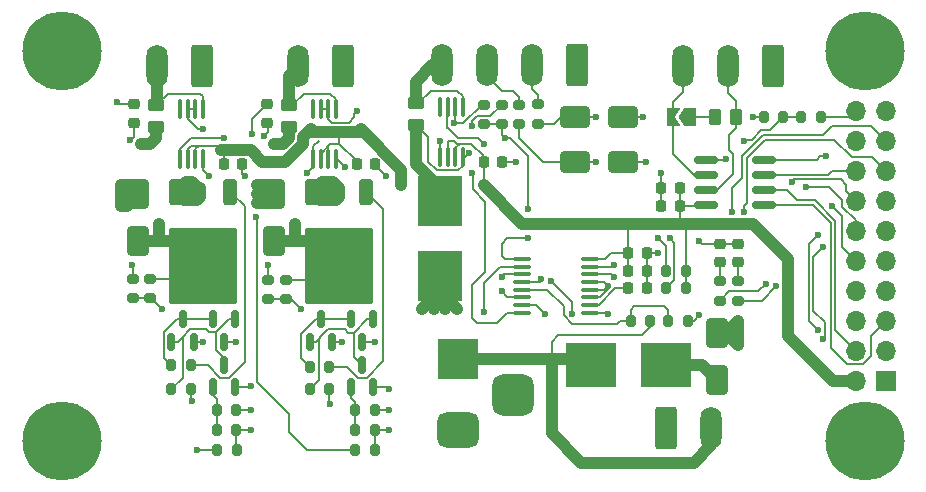
<source format=gbr>
%TF.GenerationSoftware,KiCad,Pcbnew,8.0.5*%
%TF.CreationDate,2024-11-24T08:54:10-05:00*%
%TF.ProjectId,wesp_card_access,77657370-5f63-4617-9264-5f6163636573,rev?*%
%TF.SameCoordinates,Original*%
%TF.FileFunction,Copper,L1,Top*%
%TF.FilePolarity,Positive*%
%FSLAX46Y46*%
G04 Gerber Fmt 4.6, Leading zero omitted, Abs format (unit mm)*
G04 Created by KiCad (PCBNEW 8.0.5) date 2024-11-24 08:54:10*
%MOMM*%
%LPD*%
G01*
G04 APERTURE LIST*
G04 Aperture macros list*
%AMRoundRect*
0 Rectangle with rounded corners*
0 $1 Rounding radius*
0 $2 $3 $4 $5 $6 $7 $8 $9 X,Y pos of 4 corners*
0 Add a 4 corners polygon primitive as box body*
4,1,4,$2,$3,$4,$5,$6,$7,$8,$9,$2,$3,0*
0 Add four circle primitives for the rounded corners*
1,1,$1+$1,$2,$3*
1,1,$1+$1,$4,$5*
1,1,$1+$1,$6,$7*
1,1,$1+$1,$8,$9*
0 Add four rect primitives between the rounded corners*
20,1,$1+$1,$2,$3,$4,$5,0*
20,1,$1+$1,$4,$5,$6,$7,0*
20,1,$1+$1,$6,$7,$8,$9,0*
20,1,$1+$1,$8,$9,$2,$3,0*%
%AMFreePoly0*
4,1,6,1.000000,0.000000,0.500000,-0.750000,-0.500000,-0.750000,-0.500000,0.750000,0.500000,0.750000,1.000000,0.000000,1.000000,0.000000,$1*%
%AMFreePoly1*
4,1,6,0.500000,-0.750000,-0.650000,-0.750000,-0.150000,0.000000,-0.650000,0.750000,0.500000,0.750000,0.500000,-0.750000,0.500000,-0.750000,$1*%
G04 Aperture macros list end*
%TA.AperFunction,ComponentPad*%
%ADD10RoundRect,0.250000X-0.650000X-1.550000X0.650000X-1.550000X0.650000X1.550000X-0.650000X1.550000X0*%
%TD*%
%TA.AperFunction,ComponentPad*%
%ADD11O,1.800000X3.600000*%
%TD*%
%TA.AperFunction,ComponentPad*%
%ADD12R,3.500000X3.500000*%
%TD*%
%TA.AperFunction,ComponentPad*%
%ADD13RoundRect,0.750000X1.000000X-0.750000X1.000000X0.750000X-1.000000X0.750000X-1.000000X-0.750000X0*%
%TD*%
%TA.AperFunction,ComponentPad*%
%ADD14RoundRect,0.875000X0.875000X-0.875000X0.875000X0.875000X-0.875000X0.875000X-0.875000X-0.875000X0*%
%TD*%
%TA.AperFunction,SMDPad,CuDef*%
%ADD15RoundRect,0.100000X-0.100000X0.712500X-0.100000X-0.712500X0.100000X-0.712500X0.100000X0.712500X0*%
%TD*%
%TA.AperFunction,SMDPad,CuDef*%
%ADD16RoundRect,0.250000X0.450000X-0.262500X0.450000X0.262500X-0.450000X0.262500X-0.450000X-0.262500X0*%
%TD*%
%TA.AperFunction,SMDPad,CuDef*%
%ADD17RoundRect,0.200000X-0.200000X-0.275000X0.200000X-0.275000X0.200000X0.275000X-0.200000X0.275000X0*%
%TD*%
%TA.AperFunction,SMDPad,CuDef*%
%ADD18RoundRect,0.225000X-0.225000X-0.250000X0.225000X-0.250000X0.225000X0.250000X-0.225000X0.250000X0*%
%TD*%
%TA.AperFunction,SMDPad,CuDef*%
%ADD19RoundRect,0.150000X0.150000X-0.587500X0.150000X0.587500X-0.150000X0.587500X-0.150000X-0.587500X0*%
%TD*%
%TA.AperFunction,SMDPad,CuDef*%
%ADD20RoundRect,0.250000X-0.650000X1.000000X-0.650000X-1.000000X0.650000X-1.000000X0.650000X1.000000X0*%
%TD*%
%TA.AperFunction,ComponentPad*%
%ADD21R,1.700000X1.700000*%
%TD*%
%TA.AperFunction,ComponentPad*%
%ADD22O,1.700000X1.700000*%
%TD*%
%TA.AperFunction,ComponentPad*%
%ADD23C,6.700000*%
%TD*%
%TA.AperFunction,SMDPad,CuDef*%
%ADD24RoundRect,0.200000X0.275000X-0.200000X0.275000X0.200000X-0.275000X0.200000X-0.275000X-0.200000X0*%
%TD*%
%TA.AperFunction,SMDPad,CuDef*%
%ADD25FreePoly0,180.000000*%
%TD*%
%TA.AperFunction,SMDPad,CuDef*%
%ADD26FreePoly1,180.000000*%
%TD*%
%TA.AperFunction,ComponentPad*%
%ADD27RoundRect,0.250000X0.650000X1.550000X-0.650000X1.550000X-0.650000X-1.550000X0.650000X-1.550000X0*%
%TD*%
%TA.AperFunction,SMDPad,CuDef*%
%ADD28RoundRect,0.218750X0.256250X-0.218750X0.256250X0.218750X-0.256250X0.218750X-0.256250X-0.218750X0*%
%TD*%
%TA.AperFunction,SMDPad,CuDef*%
%ADD29RoundRect,0.150000X-0.150000X0.587500X-0.150000X-0.587500X0.150000X-0.587500X0.150000X0.587500X0*%
%TD*%
%TA.AperFunction,SMDPad,CuDef*%
%ADD30R,4.241800X3.810000*%
%TD*%
%TA.AperFunction,SMDPad,CuDef*%
%ADD31RoundRect,0.150000X0.825000X0.150000X-0.825000X0.150000X-0.825000X-0.150000X0.825000X-0.150000X0*%
%TD*%
%TA.AperFunction,SMDPad,CuDef*%
%ADD32RoundRect,0.200000X-0.275000X0.200000X-0.275000X-0.200000X0.275000X-0.200000X0.275000X0.200000X0*%
%TD*%
%TA.AperFunction,SMDPad,CuDef*%
%ADD33RoundRect,0.200000X0.200000X0.275000X-0.200000X0.275000X-0.200000X-0.275000X0.200000X-0.275000X0*%
%TD*%
%TA.AperFunction,SMDPad,CuDef*%
%ADD34RoundRect,0.250000X-0.262500X-0.450000X0.262500X-0.450000X0.262500X0.450000X-0.262500X0.450000X0*%
%TD*%
%TA.AperFunction,SMDPad,CuDef*%
%ADD35RoundRect,0.225000X0.225000X0.250000X-0.225000X0.250000X-0.225000X-0.250000X0.225000X-0.250000X0*%
%TD*%
%TA.AperFunction,SMDPad,CuDef*%
%ADD36RoundRect,0.250000X-1.000000X-0.650000X1.000000X-0.650000X1.000000X0.650000X-1.000000X0.650000X0*%
%TD*%
%TA.AperFunction,SMDPad,CuDef*%
%ADD37RoundRect,0.250000X-0.350000X0.850000X-0.350000X-0.850000X0.350000X-0.850000X0.350000X0.850000X0*%
%TD*%
%TA.AperFunction,SMDPad,CuDef*%
%ADD38RoundRect,0.250000X-1.125000X1.275000X-1.125000X-1.275000X1.125000X-1.275000X1.125000X1.275000X0*%
%TD*%
%TA.AperFunction,SMDPad,CuDef*%
%ADD39RoundRect,0.249997X-2.650003X2.950003X-2.650003X-2.950003X2.650003X-2.950003X2.650003X2.950003X0*%
%TD*%
%TA.AperFunction,SMDPad,CuDef*%
%ADD40RoundRect,0.218750X-0.256250X0.218750X-0.256250X-0.218750X0.256250X-0.218750X0.256250X0.218750X0*%
%TD*%
%TA.AperFunction,SMDPad,CuDef*%
%ADD41RoundRect,0.100000X-0.637500X-0.100000X0.637500X-0.100000X0.637500X0.100000X-0.637500X0.100000X0*%
%TD*%
%TA.AperFunction,SMDPad,CuDef*%
%ADD42R,3.810000X4.241800*%
%TD*%
%TA.AperFunction,ViaPad*%
%ADD43C,0.600000*%
%TD*%
%TA.AperFunction,Conductor*%
%ADD44C,0.200000*%
%TD*%
%TA.AperFunction,Conductor*%
%ADD45C,1.000000*%
%TD*%
G04 APERTURE END LIST*
D10*
%TO.P,J2,1,Pin_1*%
%TO.N,GND*%
X156150000Y-114817500D03*
D11*
%TO.P,J2,2,Pin_2*%
%TO.N,Net-(J2-Pin_2)*%
X159960000Y-114817500D03*
%TD*%
D12*
%TO.P,J6,1*%
%TO.N,Net-(J2-Pin_2)*%
X138542500Y-109000000D03*
D13*
%TO.P,J6,2*%
%TO.N,GND*%
X138542500Y-115000000D03*
D14*
%TO.P,J6,3*%
%TO.N,N/C*%
X143242500Y-112000000D03*
%TD*%
D15*
%TO.P,U6,1,IN-*%
%TO.N,Net-(J5-Pin_2)*%
X116975000Y-87800000D03*
%TO.P,U6,2,GND*%
%TO.N,GND*%
X116325000Y-87800000D03*
%TO.P,U6,3,REF2*%
X115675000Y-87800000D03*
%TO.P,U6,4,NC*%
%TO.N,unconnected-(U6-NC-Pad4)*%
X115025000Y-87800000D03*
%TO.P,U6,5,OUT*%
%TO.N,STRIKE_1_CURRENT*%
X115025000Y-92025000D03*
%TO.P,U6,6,VS*%
%TO.N,+3V3*%
X115675000Y-92025000D03*
%TO.P,U6,7,REF1*%
X116325000Y-92025000D03*
%TO.P,U6,8,IN+*%
%TO.N,+12V*%
X116975000Y-92025000D03*
%TD*%
D16*
%TO.P,R25,1*%
%TO.N,+12V*%
X113000000Y-89325000D03*
%TO.P,R25,2*%
%TO.N,Net-(J5-Pin_2)*%
X113000000Y-87500000D03*
%TD*%
D17*
%TO.P,R23,1*%
%TO.N,12v_fb*%
X167640000Y-88500000D03*
%TO.P,R23,2*%
%TO.N,+12V*%
X169290000Y-88500000D03*
%TD*%
D18*
%TO.P,C5,1*%
%TO.N,Net-(U3-REF)*%
X152975000Y-103000000D03*
%TO.P,C5,2*%
%TO.N,GND*%
X154525000Y-103000000D03*
%TD*%
%TO.P,C4,1*%
%TO.N,+3V3*%
X152975000Y-100000000D03*
%TO.P,C4,2*%
%TO.N,GND*%
X154525000Y-100000000D03*
%TD*%
D19*
%TO.P,Q4,1,B*%
%TO.N,Net-(Q4-B)*%
X129500000Y-111375000D03*
%TO.P,Q4,2,E*%
%TO.N,GND*%
X131400000Y-111375000D03*
%TO.P,Q4,3,C*%
%TO.N,Net-(Q2-B)*%
X130450000Y-109500000D03*
%TD*%
D15*
%TO.P,U5,1,IN-*%
%TO.N,Net-(J4-Pin_2)*%
X128225000Y-87800000D03*
%TO.P,U5,2,GND*%
%TO.N,GND*%
X127575000Y-87800000D03*
%TO.P,U5,3,REF2*%
X126925000Y-87800000D03*
%TO.P,U5,4,NC*%
%TO.N,unconnected-(U5-NC-Pad4)*%
X126275000Y-87800000D03*
%TO.P,U5,5,OUT*%
%TO.N,STRIKE_0_CURRENT*%
X126275000Y-92025000D03*
%TO.P,U5,6,VS*%
%TO.N,+3V3*%
X126925000Y-92025000D03*
%TO.P,U5,7,REF1*%
X127575000Y-92025000D03*
%TO.P,U5,8,IN+*%
%TO.N,+12V*%
X128225000Y-92025000D03*
%TD*%
D20*
%TO.P,D5,1,K*%
%TO.N,+12V*%
X160500000Y-106750000D03*
%TO.P,D5,2,A*%
%TO.N,Net-(D5-A)*%
X160500000Y-110750000D03*
%TD*%
D19*
%TO.P,Q7,1,B*%
%TO.N,Net-(Q2-B)*%
X126000000Y-107500000D03*
%TO.P,Q7,2,E*%
%TO.N,GND*%
X127900000Y-107500000D03*
%TO.P,Q7,3,C*%
%TO.N,Net-(Q2-E)*%
X126950000Y-105625000D03*
%TD*%
D21*
%TO.P,U1,1,GND*%
%TO.N,GND*%
X174770000Y-110817500D03*
D22*
%TO.P,U1,2,3v3*%
%TO.N,+3V3*%
X172230000Y-110817500D03*
%TO.P,U1,3,IO23*%
%TO.N,unconnected-(U1-IO23-Pad3)*%
X174770000Y-108277500D03*
%TO.P,U1,4,IO36*%
%TO.N,RS485_RE*%
X172230000Y-108277500D03*
%TO.P,U1,5,IO39*%
%TO.N,RS485_RO*%
X174770000Y-105737500D03*
%TO.P,U1,6,IO34*%
%TO.N,WIE_1*%
X172230000Y-105737500D03*
%TO.P,U1,7,IO32*%
%TO.N,unconnected-(U1-IO32-Pad7)*%
X174770000Y-103197500D03*
%TO.P,U1,8,IO35*%
%TO.N,WIE_0*%
X172230000Y-103197500D03*
%TO.P,U1,9,GND*%
%TO.N,GND*%
X174770000Y-100657500D03*
%TO.P,U1,10,IO33*%
%TO.N,RS485_DI*%
X172230000Y-100657500D03*
%TO.P,U1,11,IO18*%
%TO.N,STRIKE_1*%
X174770000Y-98117500D03*
%TO.P,U1,12,IO5*%
%TO.N,Net-(U1-IO5)*%
X172230000Y-98117500D03*
%TO.P,U1,13,IO13*%
%TO.N,STRIKE_0*%
X174770000Y-95577500D03*
%TO.P,U1,14,IO14*%
%TO.N,Net-(U1-IO14)*%
X172230000Y-95577500D03*
%TO.P,U1,15,IO4*%
%TO.N,SCL*%
X174770000Y-93037500D03*
%TO.P,U1,16,IO12*%
%TO.N,RS485_DE*%
X172230000Y-93037500D03*
%TO.P,U1,17,IO15*%
%TO.N,SDA*%
X174770000Y-90497500D03*
%TO.P,U1,18,IO2*%
%TO.N,unconnected-(U1-IO2-Pad18)*%
X172230000Y-90497500D03*
%TO.P,U1,19,GND*%
%TO.N,GND*%
X174770000Y-87957500D03*
%TO.P,U1,20,V+*%
%TO.N,+12V*%
X172230000Y-87957500D03*
D23*
%TO.P,U1,M1*%
%TO.N,N/C*%
X105000000Y-82887500D03*
X105000000Y-115887500D03*
X173000000Y-82887500D03*
X173000000Y-115887500D03*
%TD*%
D24*
%TO.P,R16,1*%
%TO.N,STRIKE_FB0*%
X122500000Y-103900000D03*
%TO.P,R16,2*%
%TO.N,GND*%
X122500000Y-102250000D03*
%TD*%
D19*
%TO.P,Q3,1,B*%
%TO.N,Net-(Q3-B)*%
X114300000Y-107500000D03*
%TO.P,Q3,2,E*%
%TO.N,GND*%
X116200000Y-107500000D03*
%TO.P,Q3,3,C*%
%TO.N,Net-(Q3-C)*%
X115250000Y-105625000D03*
%TD*%
D17*
%TO.P,R20,1*%
%TO.N,DC_CONN_FB*%
X156350000Y-105750000D03*
%TO.P,R20,2*%
%TO.N,GND*%
X158000000Y-105750000D03*
%TD*%
D25*
%TO.P,JP1,1,A*%
%TO.N,Net-(JP1-A)*%
X158225000Y-88500000D03*
D26*
%TO.P,JP1,2,B*%
%TO.N,Net-(J3-Pin_3)*%
X156775000Y-88500000D03*
%TD*%
D17*
%TO.P,R11,1*%
%TO.N,SCL*%
X156175000Y-103000000D03*
%TO.P,R11,2*%
%TO.N,+3V3*%
X157825000Y-103000000D03*
%TD*%
D27*
%TO.P,J5,1,Pin_1*%
%TO.N,Net-(D4-A)*%
X116850000Y-84182500D03*
D11*
%TO.P,J5,2,Pin_2*%
%TO.N,Net-(J5-Pin_2)*%
X113040000Y-84182500D03*
%TD*%
D28*
%TO.P,D9,1,K*%
%TO.N,GND*%
X111100000Y-88987500D03*
%TO.P,D9,2,A*%
%TO.N,Net-(D9-A)*%
X111100000Y-87412500D03*
%TD*%
D17*
%TO.P,R30,1*%
%TO.N,Net-(D9-A)*%
X118175000Y-116700000D03*
%TO.P,R30,2*%
%TO.N,STRIKE_1*%
X119825000Y-116700000D03*
%TD*%
D29*
%TO.P,Q2,1,B*%
%TO.N,Net-(Q2-B)*%
X131400000Y-105625000D03*
%TO.P,Q2,2,E*%
%TO.N,Net-(Q2-E)*%
X129500000Y-105625000D03*
%TO.P,Q2,3,C*%
%TO.N,+12V*%
X130450000Y-107500000D03*
%TD*%
D17*
%TO.P,R12,1*%
%TO.N,SDA*%
X156175000Y-101500000D03*
%TO.P,R12,2*%
%TO.N,+3V3*%
X157825000Y-101500000D03*
%TD*%
D27*
%TO.P,J3,1,Pin_1*%
%TO.N,GND*%
X165255000Y-84182500D03*
D11*
%TO.P,J3,2,Pin_2*%
%TO.N,Net-(J3-Pin_2)*%
X161445000Y-84182500D03*
%TO.P,J3,3,Pin_3*%
%TO.N,Net-(J3-Pin_3)*%
X157635000Y-84182500D03*
%TD*%
D18*
%TO.P,C6,1*%
%TO.N,+3V3*%
X118725000Y-92500000D03*
%TO.P,C6,2*%
%TO.N,GND*%
X120275000Y-92500000D03*
%TD*%
D17*
%TO.P,R19,1*%
%TO.N,DC_CONN_FB*%
X153175000Y-105750000D03*
%TO.P,R19,2*%
%TO.N,Net-(J2-Pin_2)*%
X154825000Y-105750000D03*
%TD*%
D30*
%TO.P,F1,1*%
%TO.N,Net-(J2-Pin_2)*%
X149812300Y-109500000D03*
%TO.P,F1,2*%
%TO.N,Net-(D5-A)*%
X156187700Y-109500000D03*
%TD*%
D31*
%TO.P,U2,1,RO*%
%TO.N,RS485_RO*%
X164475000Y-95905000D03*
%TO.P,U2,2,~{RE}*%
%TO.N,RS485_RE*%
X164475000Y-94635000D03*
%TO.P,U2,3,DE*%
%TO.N,RS485_DE*%
X164475000Y-93365000D03*
%TO.P,U2,4,DI*%
%TO.N,RS485_DI*%
X164475000Y-92095000D03*
%TO.P,U2,5,GND*%
%TO.N,GND*%
X159525000Y-92095000D03*
%TO.P,U2,6,A*%
%TO.N,Net-(J3-Pin_3)*%
X159525000Y-93365000D03*
%TO.P,U2,7,B*%
%TO.N,Net-(J3-Pin_2)*%
X159525000Y-94635000D03*
%TO.P,U2,8,VCC*%
%TO.N,+3V3*%
X159525000Y-95905000D03*
%TD*%
D18*
%TO.P,C8,1*%
%TO.N,+3V3*%
X140725000Y-92250000D03*
%TO.P,C8,2*%
%TO.N,GND*%
X142275000Y-92250000D03*
%TD*%
D32*
%TO.P,R27,1*%
%TO.N,Net-(D6-A)*%
X160750000Y-102375000D03*
%TO.P,R27,2*%
%TO.N,Net-(U1-IO14)*%
X160750000Y-104025000D03*
%TD*%
D28*
%TO.P,D8,1,K*%
%TO.N,GND*%
X122375000Y-88962500D03*
%TO.P,D8,2,A*%
%TO.N,Net-(D8-A)*%
X122375000Y-87387500D03*
%TD*%
D16*
%TO.P,R21,1*%
%TO.N,Net-(U4-IN+)*%
X135000000Y-89162500D03*
%TO.P,R21,2*%
%TO.N,Net-(J1-Pin_4)*%
X135000000Y-87337500D03*
%TD*%
D24*
%TO.P,R15,1*%
%TO.N,STRIKE_FB0*%
X124000000Y-103900000D03*
%TO.P,R15,2*%
%TO.N,Net-(D3-A)*%
X124000000Y-102250000D03*
%TD*%
D17*
%TO.P,R9,1*%
%TO.N,Net-(Q8-B)*%
X118145000Y-113250000D03*
%TO.P,R9,2*%
%TO.N,GND*%
X119795000Y-113250000D03*
%TD*%
D27*
%TO.P,J4,1,Pin_1*%
%TO.N,Net-(D3-A)*%
X128850000Y-84182500D03*
D11*
%TO.P,J4,2,Pin_2*%
%TO.N,Net-(J4-Pin_2)*%
X125040000Y-84182500D03*
%TD*%
D33*
%TO.P,R3,1*%
%TO.N,Net-(Q1-G)*%
X127650000Y-109625000D03*
%TO.P,R3,2*%
%TO.N,Net-(Q2-E)*%
X126000000Y-109625000D03*
%TD*%
D24*
%TO.P,R18,1*%
%TO.N,STRIKE_FB1*%
X111010000Y-103825000D03*
%TO.P,R18,2*%
%TO.N,GND*%
X111010000Y-102175000D03*
%TD*%
D32*
%TO.P,R2,1*%
%TO.N,Net-(J1-Pin_2)*%
X145350000Y-87405000D03*
%TO.P,R2,2*%
%TO.N,WIE_0*%
X145350000Y-89055000D03*
%TD*%
D17*
%TO.P,R29,1*%
%TO.N,Net-(D8-A)*%
X129850000Y-116700000D03*
%TO.P,R29,2*%
%TO.N,STRIKE_0*%
X131500000Y-116700000D03*
%TD*%
D34*
%TO.P,R26,1*%
%TO.N,Net-(JP1-A)*%
X160282500Y-88500000D03*
%TO.P,R26,2*%
%TO.N,Net-(J3-Pin_2)*%
X162107500Y-88500000D03*
%TD*%
D29*
%TO.P,Q6,1,B*%
%TO.N,Net-(Q3-B)*%
X119700000Y-105625000D03*
%TO.P,Q6,2,E*%
%TO.N,Net-(Q3-C)*%
X117800000Y-105625000D03*
%TO.P,Q6,3,C*%
%TO.N,+12V*%
X118750000Y-107500000D03*
%TD*%
D35*
%TO.P,C2,1*%
%TO.N,+3V3*%
X157325000Y-96000000D03*
%TO.P,C2,2*%
%TO.N,GND*%
X155775000Y-96000000D03*
%TD*%
D17*
%TO.P,R8,1*%
%TO.N,Net-(Q3-B)*%
X114300000Y-111500000D03*
%TO.P,R8,2*%
%TO.N,+12V*%
X115950000Y-111500000D03*
%TD*%
%TO.P,R4,1*%
%TO.N,Net-(Q2-B)*%
X126000000Y-111500000D03*
%TO.P,R4,2*%
%TO.N,+12V*%
X127650000Y-111500000D03*
%TD*%
D18*
%TO.P,C3,1*%
%TO.N,+3V3*%
X152975000Y-101500000D03*
%TO.P,C3,2*%
%TO.N,GND*%
X154525000Y-101500000D03*
%TD*%
D36*
%TO.P,D2,1,K*%
%TO.N,WIE_1*%
X148500000Y-92250000D03*
%TO.P,D2,2,A*%
%TO.N,GND*%
X152500000Y-92250000D03*
%TD*%
D32*
%TO.P,R1,1*%
%TO.N,Net-(J1-Pin_3)*%
X143750000Y-87425000D03*
%TO.P,R1,2*%
%TO.N,WIE_1*%
X143750000Y-89075000D03*
%TD*%
D20*
%TO.P,D4,1,K*%
%TO.N,+12V*%
X111500000Y-95000000D03*
%TO.P,D4,2,A*%
%TO.N,Net-(D4-A)*%
X111500000Y-99000000D03*
%TD*%
D37*
%TO.P,Q5,1,G*%
%TO.N,Net-(Q5-G)*%
X119255000Y-94800000D03*
D38*
%TO.P,Q5,2,D*%
%TO.N,Net-(D4-A)*%
X118500000Y-99425000D03*
X115450000Y-99425000D03*
D39*
X116975000Y-101100000D03*
D38*
X118500000Y-102775000D03*
X115450000Y-102775000D03*
D37*
%TO.P,Q5,3,S*%
%TO.N,GND*%
X114695000Y-94800000D03*
%TD*%
D32*
%TO.P,R28,1*%
%TO.N,Net-(D7-A)*%
X162290000Y-102385000D03*
%TO.P,R28,2*%
%TO.N,Net-(U1-IO5)*%
X162290000Y-104035000D03*
%TD*%
D40*
%TO.P,D6,1,K*%
%TO.N,GND*%
X160750000Y-99212500D03*
%TO.P,D6,2,A*%
%TO.N,Net-(D6-A)*%
X160750000Y-100787500D03*
%TD*%
D24*
%TO.P,R13,1*%
%TO.N,READER_FUSE_FB*%
X140750000Y-89075000D03*
%TO.P,R13,2*%
%TO.N,GND*%
X140750000Y-87425000D03*
%TD*%
D36*
%TO.P,D1,1,K*%
%TO.N,WIE_0*%
X148500000Y-88500000D03*
%TO.P,D1,2,A*%
%TO.N,GND*%
X152500000Y-88500000D03*
%TD*%
D17*
%TO.P,R10,1*%
%TO.N,Net-(Q8-B)*%
X118145000Y-115000000D03*
%TO.P,R10,2*%
%TO.N,STRIKE_1*%
X119795000Y-115000000D03*
%TD*%
D20*
%TO.P,D3,1,K*%
%TO.N,+12V*%
X123000000Y-95000000D03*
%TO.P,D3,2,A*%
%TO.N,Net-(D3-A)*%
X123000000Y-99000000D03*
%TD*%
D41*
%TO.P,U3,1,CH0*%
%TO.N,READER_FUSE_FB*%
X144000000Y-100500000D03*
%TO.P,U3,2,CH1*%
%TO.N,STRIKE_FB0*%
X144000000Y-101150000D03*
%TO.P,U3,3,CH2*%
%TO.N,STRIKE_FB1*%
X144000000Y-101800000D03*
%TO.P,U3,4,CH3*%
%TO.N,STRIKE_0_CURRENT*%
X144000000Y-102450000D03*
%TO.P,U3,5,CH4*%
%TO.N,DC_CONN_FB*%
X144000000Y-103100000D03*
%TO.P,U3,6,CH5*%
%TO.N,12v_fb*%
X144000000Y-103750000D03*
%TO.P,U3,7,CH6*%
%TO.N,STRIKE_1_CURRENT*%
X144000000Y-104400000D03*
%TO.P,U3,8,CH7*%
%TO.N,READER_CURRENT*%
X144000000Y-105050000D03*
%TO.P,U3,9,GND*%
%TO.N,GND*%
X149725000Y-105050000D03*
%TO.P,U3,10,REF*%
%TO.N,Net-(U3-REF)*%
X149725000Y-104400000D03*
%TO.P,U3,11,COM*%
%TO.N,GND*%
X149725000Y-103750000D03*
%TO.P,U3,12,A0*%
X149725000Y-103100000D03*
%TO.P,U3,13,A1*%
X149725000Y-102450000D03*
%TO.P,U3,14,SCL*%
%TO.N,SCL*%
X149725000Y-101800000D03*
%TO.P,U3,15,SDA*%
%TO.N,SDA*%
X149725000Y-101150000D03*
%TO.P,U3,16,VDD*%
%TO.N,+3V3*%
X149725000Y-100500000D03*
%TD*%
D42*
%TO.P,F2,1*%
%TO.N,Net-(U4-IN+)*%
X137000000Y-95562300D03*
%TO.P,F2,2*%
%TO.N,+12V*%
X137000000Y-101937700D03*
%TD*%
D24*
%TO.P,R17,1*%
%TO.N,STRIKE_FB1*%
X112500000Y-103825000D03*
%TO.P,R17,2*%
%TO.N,Net-(D4-A)*%
X112500000Y-102175000D03*
%TD*%
D16*
%TO.P,R22,1*%
%TO.N,+12V*%
X124250000Y-89325000D03*
%TO.P,R22,2*%
%TO.N,Net-(J4-Pin_2)*%
X124250000Y-87500000D03*
%TD*%
D33*
%TO.P,R7,1*%
%TO.N,Net-(Q5-G)*%
X115950000Y-109500000D03*
%TO.P,R7,2*%
%TO.N,Net-(Q3-C)*%
X114300000Y-109500000D03*
%TD*%
D15*
%TO.P,U4,1,IN-*%
%TO.N,Net-(J1-Pin_4)*%
X138975000Y-87637500D03*
%TO.P,U4,2,GND*%
%TO.N,GND*%
X138325000Y-87637500D03*
%TO.P,U4,3,REF2*%
%TO.N,READER_CURRENT*%
X137675000Y-87637500D03*
%TO.P,U4,4,NC*%
%TO.N,unconnected-(U4-NC-Pad4)*%
X137025000Y-87637500D03*
%TO.P,U4,5,OUT*%
%TO.N,GND*%
X137025000Y-91862500D03*
%TO.P,U4,6,VS*%
%TO.N,+3V3*%
X137675000Y-91862500D03*
%TO.P,U4,7,REF1*%
X138325000Y-91862500D03*
%TO.P,U4,8,IN+*%
%TO.N,Net-(U4-IN+)*%
X138975000Y-91862500D03*
%TD*%
D17*
%TO.P,R5,1*%
%TO.N,Net-(Q4-B)*%
X129845000Y-113250000D03*
%TO.P,R5,2*%
%TO.N,GND*%
X131495000Y-113250000D03*
%TD*%
D33*
%TO.P,R24,1*%
%TO.N,12v_fb*%
X166115000Y-88500000D03*
%TO.P,R24,2*%
%TO.N,GND*%
X164465000Y-88500000D03*
%TD*%
D37*
%TO.P,Q1,1,G*%
%TO.N,Net-(Q1-G)*%
X130777500Y-94800000D03*
D38*
%TO.P,Q1,2,D*%
%TO.N,Net-(D3-A)*%
X130022500Y-99425000D03*
X126972500Y-99425000D03*
D39*
X128497500Y-101100000D03*
D38*
X130022500Y-102775000D03*
X126972500Y-102775000D03*
D37*
%TO.P,Q1,3,S*%
%TO.N,GND*%
X126217500Y-94800000D03*
%TD*%
D17*
%TO.P,R6,1*%
%TO.N,Net-(Q4-B)*%
X129845000Y-115000000D03*
%TO.P,R6,2*%
%TO.N,STRIKE_0*%
X131495000Y-115000000D03*
%TD*%
D18*
%TO.P,C7,1*%
%TO.N,+3V3*%
X129975000Y-92500000D03*
%TO.P,C7,2*%
%TO.N,GND*%
X131525000Y-92500000D03*
%TD*%
D40*
%TO.P,D7,1,K*%
%TO.N,GND*%
X162290000Y-99222500D03*
%TO.P,D7,2,A*%
%TO.N,Net-(D7-A)*%
X162290000Y-100797500D03*
%TD*%
D24*
%TO.P,R14,1*%
%TO.N,READER_FUSE_FB*%
X142260000Y-89075000D03*
%TO.P,R14,2*%
%TO.N,Net-(U4-IN+)*%
X142260000Y-87425000D03*
%TD*%
D27*
%TO.P,J1,1,Pin_1*%
%TO.N,GND*%
X148660000Y-84115000D03*
D11*
%TO.P,J1,2,Pin_2*%
%TO.N,Net-(J1-Pin_2)*%
X144850000Y-84115000D03*
%TO.P,J1,3,Pin_3*%
%TO.N,Net-(J1-Pin_3)*%
X141040000Y-84115000D03*
%TO.P,J1,4,Pin_4*%
%TO.N,Net-(J1-Pin_4)*%
X137230000Y-84115000D03*
%TD*%
D19*
%TO.P,Q8,1,B*%
%TO.N,Net-(Q8-B)*%
X117800000Y-111375000D03*
%TO.P,Q8,2,E*%
%TO.N,GND*%
X119700000Y-111375000D03*
%TO.P,Q8,3,C*%
%TO.N,Net-(Q3-B)*%
X118750000Y-109500000D03*
%TD*%
D35*
%TO.P,C1,1*%
%TO.N,+3V3*%
X157325000Y-94500000D03*
%TO.P,C1,2*%
%TO.N,GND*%
X155775000Y-94500000D03*
%TD*%
D43*
%TO.N,Net-(U1-IO5)*%
X168000000Y-94400000D03*
X165500000Y-102800000D03*
%TO.N,Net-(U1-IO14)*%
X166800000Y-94000000D03*
X164600000Y-102600000D03*
%TO.N,GND*%
X111000000Y-101000000D03*
X163500000Y-88500000D03*
X121000000Y-113250000D03*
X132500000Y-93500000D03*
X116000000Y-94000000D03*
X128750000Y-107500000D03*
X143500000Y-92250000D03*
X116000000Y-95500000D03*
X132750000Y-113250000D03*
X128500000Y-94500000D03*
X151250000Y-105150000D03*
X151250000Y-102750000D03*
X116750000Y-95250000D03*
X122500000Y-101000000D03*
X117000000Y-89500000D03*
X159000000Y-99000000D03*
X154500000Y-92250000D03*
X154250000Y-88500000D03*
X121000000Y-111250000D03*
X128500000Y-95250000D03*
X137000000Y-90500000D03*
X161250000Y-92000000D03*
X138250000Y-89000000D03*
X155500000Y-100000000D03*
X127750000Y-94000000D03*
X116000000Y-94750000D03*
X159000000Y-105250000D03*
X120500000Y-93500000D03*
X130000000Y-88000000D03*
X110796416Y-90448868D03*
X116750000Y-94500000D03*
X122125000Y-90125000D03*
X117000000Y-107500000D03*
X127750000Y-95500000D03*
X155750000Y-93250000D03*
X127750000Y-94750000D03*
X132750000Y-111500000D03*
%TO.N,STRIKE_1*%
X121000000Y-115000000D03*
X169500000Y-99500000D03*
X169500000Y-107250000D03*
%TO.N,STRIKE_0*%
X169000000Y-98500000D03*
X169000000Y-106500000D03*
X132750000Y-115000000D03*
%TO.N,SCL*%
X156500000Y-98750000D03*
X151750000Y-102000000D03*
X162750000Y-96500000D03*
%TO.N,WIE_1*%
X150250000Y-92250000D03*
%TO.N,RS485_DI*%
X169750000Y-91795000D03*
X170250000Y-96000000D03*
%TO.N,WIE_0*%
X150250000Y-88500000D03*
%TO.N,+12V*%
X129000000Y-92750000D03*
X110000000Y-94250000D03*
X136500000Y-104750000D03*
X112500000Y-90750000D03*
X121500000Y-95000000D03*
X127750000Y-112750000D03*
X117500000Y-93500000D03*
X119750000Y-107500000D03*
X131500000Y-107500000D03*
X116000000Y-112500000D03*
X110000000Y-95000000D03*
X137500000Y-104750000D03*
X123000000Y-90750000D03*
X110000000Y-96000000D03*
X162250000Y-106750000D03*
X162250000Y-107750000D03*
X138500000Y-104750000D03*
X135500000Y-104750000D03*
X121500000Y-95750000D03*
X111750000Y-90750000D03*
X121500000Y-94250000D03*
X123750000Y-90750000D03*
X162250000Y-105750000D03*
%TO.N,SDA*%
X151750000Y-101000000D03*
X155500000Y-98750000D03*
X161750000Y-96500000D03*
%TO.N,+3V3*%
X140750000Y-94250000D03*
X133750000Y-94250000D03*
%TO.N,STRIKE_FB0*%
X140750000Y-105000000D03*
X125250000Y-104750000D03*
%TO.N,Net-(D3-A)*%
X124750000Y-99000000D03*
X126972500Y-102775000D03*
X124750000Y-98250000D03*
X124750000Y-97500000D03*
%TO.N,READER_FUSE_FB*%
X144500000Y-96250000D03*
X142500000Y-90250000D03*
X144500000Y-98750000D03*
%TO.N,STRIKE_FB1*%
X142250000Y-102000000D03*
X113500000Y-104750000D03*
%TO.N,Net-(D4-A)*%
X113250000Y-99000000D03*
X113250000Y-98250000D03*
X113250000Y-97500000D03*
%TO.N,12v_fb*%
X162750000Y-90500000D03*
X142250000Y-103250000D03*
%TO.N,Net-(D9-A)*%
X116500000Y-116650000D03*
X109650000Y-87225000D03*
%TO.N,Net-(U4-IN+)*%
X139750000Y-89250000D03*
X139500000Y-91500000D03*
%TO.N,READER_CURRENT*%
X140750000Y-90750000D03*
X139775000Y-93250000D03*
%TO.N,STRIKE_0_CURRENT*%
X125750000Y-93208701D03*
X145600000Y-102225000D03*
%TO.N,STRIKE_1_CURRENT*%
X146392985Y-102330731D03*
X148248527Y-105150000D03*
X145950000Y-105150000D03*
X118750000Y-90250000D03*
%TO.N,Net-(D8-A)*%
X121100000Y-89925000D03*
X121425000Y-96925000D03*
%TD*%
D44*
%TO.N,Net-(U1-IO5)*%
X172230000Y-97230000D02*
X172230000Y-98117500D01*
X168000000Y-94400000D02*
X170000000Y-94400000D01*
X171080000Y-96080000D02*
X172230000Y-97230000D01*
X164265000Y-104035000D02*
X165500000Y-102800000D01*
X170000000Y-94400000D02*
X171080000Y-95480000D01*
X162290000Y-104035000D02*
X164265000Y-104035000D01*
X171080000Y-95480000D02*
X171080000Y-96080000D01*
%TO.N,Net-(U1-IO14)*%
X161525000Y-103250000D02*
X163950000Y-103250000D01*
X172230000Y-95577500D02*
X171400000Y-94747500D01*
X167035000Y-93765000D02*
X166800000Y-94000000D01*
X170965000Y-93765000D02*
X167035000Y-93765000D01*
X171400000Y-94747500D02*
X171400000Y-94200000D01*
X163950000Y-103250000D02*
X164600000Y-102600000D01*
X171400000Y-94200000D02*
X170965000Y-93765000D01*
X160750000Y-104025000D02*
X161525000Y-103250000D01*
%TO.N,GND*%
X127575000Y-87800000D02*
X127575000Y-88612499D01*
X111010000Y-102175000D02*
X111010000Y-101010000D01*
X155775000Y-93275000D02*
X155750000Y-93250000D01*
X149725000Y-102450000D02*
X150950000Y-102450000D01*
X127575000Y-88612499D02*
X127912501Y-88950000D01*
D45*
X127017500Y-94000000D02*
X126217500Y-94800000D01*
X127750000Y-94000000D02*
X128000000Y-94000000D01*
D44*
X127912501Y-88950000D02*
X129300000Y-88950000D01*
X115675000Y-87800000D02*
X115675000Y-88612499D01*
X152500000Y-88500000D02*
X154250000Y-88500000D01*
D45*
X127700000Y-94800000D02*
X127750000Y-94750000D01*
D44*
X149725000Y-105050000D02*
X151150000Y-105050000D01*
D45*
X126217500Y-94800000D02*
X127700000Y-94800000D01*
X128500000Y-95250000D02*
X128500000Y-94500000D01*
D44*
X150900000Y-103100000D02*
X151250000Y-102750000D01*
X150750000Y-103100000D02*
X150900000Y-103100000D01*
D45*
X115495000Y-94000000D02*
X114695000Y-94800000D01*
X114695000Y-94800000D02*
X115950000Y-94800000D01*
D44*
X129300000Y-88950000D02*
X129750000Y-88500000D01*
X154525000Y-103000000D02*
X154525000Y-101500000D01*
X151250000Y-103046813D02*
X151250000Y-102750000D01*
X155775000Y-96000000D02*
X155775000Y-94500000D01*
X140575000Y-87425000D02*
X139000000Y-89000000D01*
X142275000Y-92250000D02*
X143500000Y-92250000D01*
X120275000Y-92500000D02*
X120275000Y-93275000D01*
X116200000Y-107500000D02*
X117000000Y-107500000D01*
X154525000Y-100000000D02*
X155500000Y-100000000D01*
X152500000Y-92250000D02*
X154500000Y-92250000D01*
D45*
X116750000Y-94500000D02*
X116750000Y-95250000D01*
X127750000Y-94000000D02*
X127017500Y-94000000D01*
D44*
X151150000Y-105050000D02*
X151250000Y-105150000D01*
X151196813Y-103100000D02*
X151250000Y-103046813D01*
D45*
X127750000Y-95500000D02*
X128250000Y-95500000D01*
X128250000Y-95500000D02*
X128500000Y-95250000D01*
D44*
X140750000Y-87425000D02*
X140575000Y-87425000D01*
D45*
X115950000Y-94800000D02*
X116000000Y-94750000D01*
D44*
X111100000Y-88987500D02*
X111100000Y-90145284D01*
D45*
X128000000Y-94000000D02*
X128500000Y-94500000D01*
D44*
X161155000Y-92095000D02*
X161250000Y-92000000D01*
X115675000Y-87800000D02*
X116325000Y-87800000D01*
X149725000Y-103750000D02*
X150546813Y-103750000D01*
X122500000Y-102250000D02*
X122500000Y-101000000D01*
X120275000Y-93275000D02*
X120500000Y-93500000D01*
X162290000Y-99222500D02*
X160760000Y-99222500D01*
X120875000Y-111375000D02*
X121000000Y-111250000D01*
X119795000Y-113250000D02*
X121000000Y-113250000D01*
X150546813Y-103750000D02*
X151250000Y-103046813D01*
X150750000Y-103100000D02*
X151196813Y-103100000D01*
X154525000Y-101500000D02*
X154525000Y-100000000D01*
D45*
X116000000Y-95500000D02*
X116500000Y-95500000D01*
X116000000Y-95500000D02*
X115395000Y-95500000D01*
D44*
X115675000Y-88612499D02*
X116562501Y-89500000D01*
D45*
X116500000Y-95500000D02*
X116750000Y-95250000D01*
D44*
X111010000Y-101010000D02*
X111000000Y-101000000D01*
X129750000Y-88500000D02*
X129750000Y-88250000D01*
X159525000Y-92095000D02*
X161155000Y-92095000D01*
X131525000Y-92500000D02*
X131525000Y-92525000D01*
X129750000Y-88250000D02*
X130000000Y-88000000D01*
X158500000Y-105750000D02*
X159000000Y-105250000D01*
X160750000Y-99212500D02*
X159212500Y-99212500D01*
X137025000Y-91862500D02*
X137025000Y-90525000D01*
X149725000Y-103100000D02*
X150750000Y-103100000D01*
X137025000Y-90525000D02*
X137000000Y-90500000D01*
X116562501Y-89500000D02*
X117000000Y-89500000D01*
X150950000Y-102450000D02*
X151250000Y-102750000D01*
X138325000Y-88925000D02*
X138250000Y-89000000D01*
D45*
X127750000Y-95500000D02*
X126917500Y-95500000D01*
X126917500Y-95500000D02*
X126217500Y-94800000D01*
X127750000Y-94000000D02*
X127750000Y-95500000D01*
D44*
X111100000Y-90145284D02*
X110796416Y-90448868D01*
X132625000Y-111375000D02*
X132750000Y-111500000D01*
X131400000Y-111375000D02*
X132625000Y-111375000D01*
X131495000Y-113250000D02*
X132750000Y-113250000D01*
X119700000Y-111375000D02*
X120875000Y-111375000D01*
X127900000Y-107500000D02*
X128750000Y-107500000D01*
X138325000Y-87637500D02*
X138325000Y-88925000D01*
X159212500Y-99212500D02*
X159000000Y-99000000D01*
X122500000Y-89750000D02*
X122125000Y-90125000D01*
X155775000Y-94500000D02*
X155775000Y-93275000D01*
D45*
X116750000Y-94750000D02*
X116000000Y-94000000D01*
X116750000Y-95250000D02*
X116750000Y-94750000D01*
X115395000Y-95500000D02*
X114695000Y-94800000D01*
D44*
X131525000Y-92525000D02*
X132500000Y-93500000D01*
X164465000Y-88500000D02*
X163500000Y-88500000D01*
X127575000Y-87800000D02*
X126925000Y-87800000D01*
X122500000Y-88987500D02*
X122500000Y-89750000D01*
X158000000Y-105750000D02*
X158500000Y-105750000D01*
D45*
X116000000Y-94000000D02*
X115495000Y-94000000D01*
D44*
X160760000Y-99222500D02*
X160750000Y-99212500D01*
X139000000Y-89000000D02*
X138250000Y-89000000D01*
%TO.N,STRIKE_1*%
X119795000Y-115000000D02*
X119795000Y-116670000D01*
X169600000Y-105850000D02*
X169600000Y-107150000D01*
X168650000Y-100350000D02*
X168650000Y-104900000D01*
X169500000Y-99500000D02*
X168650000Y-100350000D01*
X168650000Y-104900000D02*
X169600000Y-105850000D01*
X119795000Y-116670000D02*
X119825000Y-116700000D01*
X119795000Y-115000000D02*
X121000000Y-115000000D01*
X169600000Y-107150000D02*
X169500000Y-107250000D01*
%TO.N,STRIKE_0*%
X168250000Y-105750000D02*
X169000000Y-106500000D01*
X169000000Y-98500000D02*
X168250000Y-99250000D01*
X131495000Y-115000000D02*
X132750000Y-115000000D01*
X131495000Y-116695000D02*
X131500000Y-116700000D01*
X168250000Y-99250000D02*
X168250000Y-105750000D01*
X131495000Y-115000000D02*
X131495000Y-116695000D01*
%TO.N,RS485_DE*%
X170212500Y-93037500D02*
X169885000Y-93365000D01*
X172230000Y-93037500D02*
X170212500Y-93037500D01*
X169885000Y-93365000D02*
X164475000Y-93365000D01*
%TO.N,RS485_RE*%
X167270000Y-95505000D02*
X168755000Y-95505000D01*
X164475000Y-94635000D02*
X166400000Y-94635000D01*
X166400000Y-94635000D02*
X167270000Y-95505000D01*
X170500000Y-97250000D02*
X170500000Y-106547500D01*
X170500000Y-106547500D02*
X172230000Y-108277500D01*
X168755000Y-95505000D02*
X170500000Y-97250000D01*
%TO.N,SCL*%
X156175000Y-103000000D02*
X156875000Y-102300000D01*
X164554448Y-90400000D02*
X163000000Y-91954448D01*
X156875000Y-102300000D02*
X156875000Y-99125000D01*
X162750000Y-96000000D02*
X162750000Y-96500000D01*
X173620000Y-91887500D02*
X171887500Y-91887500D01*
X151750000Y-102000000D02*
X151550000Y-101800000D01*
X163000000Y-91954448D02*
X163000000Y-95750000D01*
X151550000Y-101800000D02*
X149725000Y-101800000D01*
X174770000Y-93037500D02*
X173620000Y-91887500D01*
X170400000Y-90400000D02*
X164834315Y-90400000D01*
X163000000Y-95750000D02*
X162750000Y-96000000D01*
X164834315Y-90400000D02*
X164554448Y-90400000D01*
X156875000Y-99125000D02*
X156500000Y-98750000D01*
X171887500Y-91887500D02*
X170400000Y-90400000D01*
%TO.N,WIE_1*%
X147000000Y-92250000D02*
X146750000Y-92250000D01*
X148500000Y-92250000D02*
X150250000Y-92250000D01*
X143750000Y-89075000D02*
X143750000Y-90250000D01*
X143750000Y-90250000D02*
X145750000Y-92250000D01*
X145750000Y-92250000D02*
X147000000Y-92250000D01*
X148500000Y-92250000D02*
X147000000Y-92250000D01*
%TO.N,RS485_DI*%
X169250000Y-91795000D02*
X169750000Y-91795000D01*
X164475000Y-92095000D02*
X168950000Y-92095000D01*
X171080000Y-99507500D02*
X172230000Y-100657500D01*
X171080000Y-96830000D02*
X171080000Y-99507500D01*
X168950000Y-92095000D02*
X169250000Y-91795000D01*
X170250000Y-96000000D02*
X171080000Y-96830000D01*
%TO.N,WIE_0*%
X147250000Y-88500000D02*
X146695000Y-89055000D01*
X148500000Y-88500000D02*
X150250000Y-88500000D01*
X146695000Y-89055000D02*
X145350000Y-89055000D01*
X148500000Y-88500000D02*
X147250000Y-88500000D01*
D45*
%TO.N,+12V*%
X113000000Y-90250000D02*
X112500000Y-90750000D01*
D44*
X128275000Y-92025000D02*
X129000000Y-92750000D01*
D45*
X112500000Y-90750000D02*
X111750000Y-90750000D01*
D44*
X115950000Y-111500000D02*
X115950000Y-112450000D01*
X169290000Y-88500000D02*
X171687500Y-88500000D01*
D45*
X124250000Y-89325000D02*
X124250000Y-90250000D01*
D44*
X118750000Y-107500000D02*
X119750000Y-107500000D01*
D45*
X121500000Y-94250000D02*
X122250000Y-94250000D01*
D44*
X116975000Y-92975000D02*
X117500000Y-93500000D01*
X127650000Y-112650000D02*
X127750000Y-112750000D01*
X130450000Y-107500000D02*
X131500000Y-107500000D01*
D45*
X122250000Y-95750000D02*
X123000000Y-95000000D01*
X110750000Y-94250000D02*
X111500000Y-95000000D01*
D44*
X115950000Y-112450000D02*
X116000000Y-112500000D01*
X122250000Y-95000000D02*
X121500000Y-94250000D01*
D45*
X160500000Y-106750000D02*
X161250000Y-106750000D01*
X138500000Y-104750000D02*
X137000000Y-103250000D01*
X121500000Y-95750000D02*
X122250000Y-95750000D01*
X135500000Y-104750000D02*
X137000000Y-103250000D01*
D44*
X128225000Y-92025000D02*
X128275000Y-92025000D01*
X123000000Y-95000000D02*
X122250000Y-95000000D01*
D45*
X110000000Y-94250000D02*
X110750000Y-94250000D01*
X161250000Y-106750000D02*
X162250000Y-105750000D01*
D44*
X160500000Y-106750000D02*
X162250000Y-106750000D01*
D45*
X110000000Y-96000000D02*
X110500000Y-96000000D01*
D44*
X127650000Y-111500000D02*
X127650000Y-112650000D01*
D45*
X121500000Y-95000000D02*
X123000000Y-95000000D01*
X110000000Y-95000000D02*
X111500000Y-95000000D01*
X137500000Y-103750000D02*
X137000000Y-103250000D01*
X124250000Y-90250000D02*
X123750000Y-90750000D01*
X162250000Y-106750000D02*
X162250000Y-105750000D01*
D44*
X116975000Y-92025000D02*
X116975000Y-92975000D01*
D45*
X161250000Y-106750000D02*
X162250000Y-107750000D01*
X137000000Y-103250000D02*
X137000000Y-101937700D01*
X110500000Y-96000000D02*
X111500000Y-95000000D01*
X113000000Y-89325000D02*
X113000000Y-90250000D01*
D44*
X171687500Y-88500000D02*
X172230000Y-87957500D01*
D45*
X162250000Y-106750000D02*
X162250000Y-107750000D01*
X136500000Y-104750000D02*
X136500000Y-103750000D01*
X110000000Y-94250000D02*
X110000000Y-96000000D01*
X122250000Y-94250000D02*
X123000000Y-95000000D01*
X136500000Y-103750000D02*
X137000000Y-103250000D01*
X123000000Y-90750000D02*
X123750000Y-90750000D01*
D44*
X122250000Y-95000000D02*
X121500000Y-95750000D01*
D45*
X137500000Y-104750000D02*
X137500000Y-103750000D01*
D44*
%TO.N,SDA*%
X165000000Y-90000000D02*
X164388762Y-90000000D01*
X174770000Y-90497500D02*
X173547500Y-89275000D01*
X149725000Y-101150000D02*
X151600000Y-101150000D01*
X162600000Y-91788762D02*
X162600000Y-93100000D01*
X162600000Y-93100000D02*
X162600000Y-93650000D01*
X161750000Y-94500000D02*
X161750000Y-96500000D01*
X151600000Y-101150000D02*
X151750000Y-101000000D01*
X156175000Y-101500000D02*
X156175000Y-99425000D01*
X164388762Y-90000000D02*
X162600000Y-91788762D01*
X156175000Y-99425000D02*
X155500000Y-98750000D01*
X162600000Y-93650000D02*
X161750000Y-94500000D01*
X169500000Y-90000000D02*
X165000000Y-90000000D01*
X170225000Y-89275000D02*
X169500000Y-90000000D01*
X173547500Y-89275000D02*
X170225000Y-89275000D01*
%TO.N,+3V3*%
X140725000Y-94225000D02*
X140750000Y-94250000D01*
X159430000Y-96000000D02*
X159525000Y-95905000D01*
D45*
X133750000Y-92935618D02*
X133750000Y-94250000D01*
D44*
X139700000Y-90750000D02*
X138750000Y-90750000D01*
D45*
X125450000Y-90747056D02*
X125450000Y-90187930D01*
D44*
X128500000Y-90755956D02*
X128494044Y-90750000D01*
X157500000Y-97500000D02*
X157325000Y-97325000D01*
X137675000Y-91862500D02*
X137675000Y-90575000D01*
X126925000Y-92025000D02*
X126925000Y-91575000D01*
D45*
X130314382Y-89500000D02*
X133750000Y-92935618D01*
D44*
X128494044Y-90750000D02*
X127750000Y-90750000D01*
X157325000Y-97325000D02*
X157325000Y-96000000D01*
D45*
X157500000Y-97500000D02*
X158250000Y-97500000D01*
D44*
X157825000Y-103000000D02*
X157825000Y-101500000D01*
X137750000Y-90500000D02*
X138250000Y-90500000D01*
X115975001Y-90912500D02*
X118162500Y-90912500D01*
D45*
X128500000Y-89750000D02*
X130314382Y-89750000D01*
D44*
X157325000Y-96000000D02*
X159430000Y-96000000D01*
X140725000Y-92250000D02*
X140725000Y-91775000D01*
X151500000Y-100000000D02*
X152975000Y-100000000D01*
D45*
X166500000Y-100500000D02*
X166500000Y-107000000D01*
D44*
X138500000Y-90750000D02*
X138750000Y-90750000D01*
X137675000Y-90575000D02*
X137750000Y-90500000D01*
X157825000Y-97825000D02*
X157500000Y-97500000D01*
X126925000Y-91575000D02*
X127750000Y-90750000D01*
D45*
X144000000Y-97500000D02*
X140750000Y-94250000D01*
D44*
X138325000Y-91131544D02*
X138325000Y-91862500D01*
X127750000Y-90750000D02*
X127575000Y-90925000D01*
D45*
X125450000Y-90187930D02*
X126137930Y-89500000D01*
D44*
X129975000Y-92230956D02*
X128500000Y-90755956D01*
X118725000Y-91475000D02*
X118500000Y-91250000D01*
X138706544Y-90750000D02*
X138325000Y-91131544D01*
D45*
X121000000Y-91250000D02*
X122000000Y-92250000D01*
D44*
X118162500Y-90912500D02*
X118500000Y-91250000D01*
X157325000Y-96000000D02*
X157325000Y-94500000D01*
X152975000Y-97525000D02*
X153000000Y-97500000D01*
X116325000Y-91212501D02*
X116625001Y-90912500D01*
X152975000Y-100000000D02*
X152975000Y-97525000D01*
X149725000Y-100500000D02*
X151000000Y-100500000D01*
D45*
X170317500Y-110817500D02*
X172230000Y-110817500D01*
D44*
X138750000Y-90750000D02*
X138706544Y-90750000D01*
X140725000Y-91775000D02*
X139700000Y-90750000D01*
D45*
X158250000Y-97500000D02*
X163500000Y-97500000D01*
D44*
X118725000Y-92500000D02*
X118725000Y-91475000D01*
D45*
X126137930Y-89750000D02*
X128500000Y-89750000D01*
X153000000Y-97500000D02*
X144000000Y-97500000D01*
D44*
X115675000Y-91212501D02*
X115975001Y-90912500D01*
D45*
X163500000Y-97500000D02*
X166500000Y-100500000D01*
D44*
X127575000Y-90925000D02*
X127575000Y-92025000D01*
D45*
X157500000Y-97500000D02*
X153000000Y-97500000D01*
D44*
X116325000Y-92025000D02*
X116325000Y-91212501D01*
X140725000Y-92250000D02*
X140725000Y-94225000D01*
X151000000Y-100500000D02*
X151500000Y-100000000D01*
D45*
X122000000Y-92250000D02*
X123947056Y-92250000D01*
D44*
X116625001Y-90912500D02*
X118162500Y-90912500D01*
D45*
X118500000Y-91250000D02*
X121000000Y-91250000D01*
D44*
X129975000Y-92500000D02*
X129975000Y-92230956D01*
X115675000Y-92025000D02*
X115675000Y-91212501D01*
D45*
X166500000Y-107000000D02*
X170317500Y-110817500D01*
D44*
X152975000Y-101500000D02*
X152975000Y-100000000D01*
X157825000Y-101500000D02*
X157825000Y-97825000D01*
D45*
X123947056Y-92250000D02*
X125450000Y-90747056D01*
D44*
X158075000Y-97675000D02*
X158250000Y-97500000D01*
X128500000Y-90755956D02*
X128500000Y-89500000D01*
X138250000Y-90500000D02*
X138500000Y-90750000D01*
%TO.N,RS485_RO*%
X171513654Y-109427500D02*
X172822500Y-109427500D01*
X168589314Y-95905000D02*
X170100000Y-97415686D01*
X164475000Y-95905000D02*
X168589314Y-95905000D01*
X173507500Y-107000000D02*
X174770000Y-105737500D01*
X170100000Y-97415686D02*
X170100000Y-108013846D01*
X172822500Y-109427500D02*
X173500000Y-108750000D01*
X173500000Y-107000000D02*
X173507500Y-107000000D01*
X170100000Y-108013846D02*
X171513654Y-109427500D01*
X173500000Y-108750000D02*
X173500000Y-107000000D01*
D45*
%TO.N,Net-(D5-A)*%
X156187700Y-109500000D02*
X159250000Y-109500000D01*
X159250000Y-109500000D02*
X160500000Y-110750000D01*
%TO.N,Net-(J2-Pin_2)*%
X160000000Y-116250000D02*
X158500000Y-117750000D01*
D44*
X146500000Y-109000000D02*
X146500000Y-107500000D01*
D45*
X154250000Y-117750000D02*
X153265792Y-117750000D01*
D44*
X154825000Y-106225000D02*
X154825000Y-105750000D01*
D45*
X158500000Y-117750000D02*
X154250000Y-117750000D01*
X160000000Y-114857500D02*
X160000000Y-115500000D01*
X146500000Y-109000000D02*
X146500000Y-115250000D01*
D44*
X154113800Y-106936200D02*
X154825000Y-106225000D01*
D45*
X149000000Y-117750000D02*
X153265792Y-117750000D01*
X149312300Y-109000000D02*
X149812300Y-109500000D01*
X146500000Y-109000000D02*
X149312300Y-109000000D01*
X159960000Y-114817500D02*
X160000000Y-114857500D01*
X140000000Y-109000000D02*
X146500000Y-109000000D01*
D44*
X147063800Y-106936200D02*
X154113800Y-106936200D01*
D45*
X160000000Y-114857500D02*
X160000000Y-116250000D01*
D44*
X146500000Y-107500000D02*
X147063800Y-106936200D01*
D45*
X146500000Y-115250000D02*
X149000000Y-117750000D01*
D44*
%TO.N,Net-(J1-Pin_4)*%
X138500000Y-86250000D02*
X138975000Y-86725000D01*
X136250000Y-86250000D02*
X138500000Y-86250000D01*
X135000000Y-87337500D02*
X135162500Y-87337500D01*
X135162500Y-87337500D02*
X136250000Y-86250000D01*
D45*
X135000000Y-85500000D02*
X135000000Y-87337500D01*
X136385000Y-84115000D02*
X135000000Y-85500000D01*
X137230000Y-84115000D02*
X136385000Y-84115000D01*
D44*
X138975000Y-86725000D02*
X138975000Y-87637500D01*
%TO.N,STRIKE_FB0*%
X124400000Y-103900000D02*
X125250000Y-104750000D01*
X144000000Y-101150000D02*
X142100000Y-101150000D01*
X140750000Y-102500000D02*
X140750000Y-105000000D01*
X122500000Y-103900000D02*
X124000000Y-103900000D01*
X124000000Y-103900000D02*
X124400000Y-103900000D01*
X142100000Y-101150000D02*
X140750000Y-102500000D01*
%TO.N,Net-(D3-A)*%
X126447500Y-102250000D02*
X126972500Y-102775000D01*
D45*
X123000000Y-99000000D02*
X124750000Y-99000000D01*
X124750000Y-99000000D02*
X126547500Y-99000000D01*
D44*
X124000000Y-102250000D02*
X126447500Y-102250000D01*
D45*
X126547500Y-99000000D02*
X126972500Y-99425000D01*
X124750000Y-99000000D02*
X124750000Y-97500000D01*
D44*
%TO.N,READER_FUSE_FB*%
X142250000Y-100250000D02*
X142500000Y-100500000D01*
X140750000Y-89075000D02*
X142260000Y-89075000D01*
X144500000Y-91750000D02*
X144500000Y-96250000D01*
X144500000Y-98750000D02*
X142750000Y-98750000D01*
X142750000Y-98750000D02*
X142250000Y-99250000D01*
X142250000Y-99250000D02*
X142250000Y-100250000D01*
X142500000Y-100500000D02*
X144000000Y-100500000D01*
X142260000Y-90010000D02*
X142500000Y-90250000D01*
X142260000Y-89075000D02*
X142260000Y-90010000D01*
X142500000Y-90250000D02*
X143000000Y-90250000D01*
X143000000Y-90250000D02*
X144500000Y-91750000D01*
%TO.N,DC_CONN_FB*%
X156000000Y-104500000D02*
X153500000Y-104500000D01*
X153500000Y-104500000D02*
X153175000Y-104825000D01*
X144000000Y-103100000D02*
X146100000Y-103100000D01*
X153175000Y-104825000D02*
X153175000Y-105750000D01*
X152000000Y-106000000D02*
X152250000Y-105750000D01*
X156350000Y-105750000D02*
X156350000Y-104850000D01*
X152250000Y-105750000D02*
X153175000Y-105750000D01*
X147500000Y-105250000D02*
X148250000Y-106000000D01*
X148250000Y-106000000D02*
X152000000Y-106000000D01*
X156350000Y-104850000D02*
X156000000Y-104500000D01*
X147500000Y-104500000D02*
X147500000Y-105250000D01*
X146100000Y-103100000D02*
X147500000Y-104500000D01*
%TO.N,Net-(Q8-B)*%
X117800000Y-111375000D02*
X117800000Y-112050000D01*
X118145000Y-113250000D02*
X118145000Y-115000000D01*
X118145000Y-112395000D02*
X118145000Y-113250000D01*
X117800000Y-112050000D02*
X118145000Y-112395000D01*
%TO.N,Net-(Q5-G)*%
X115950000Y-109500000D02*
X117371948Y-109500000D01*
X117371948Y-109500000D02*
X118409448Y-110537500D01*
X120500000Y-96045000D02*
X119255000Y-94800000D01*
X119159448Y-110537500D02*
X120500000Y-109196948D01*
X118409448Y-110537500D02*
X119159448Y-110537500D01*
X120500000Y-109196948D02*
X120500000Y-96045000D01*
%TO.N,Net-(Q4-B)*%
X129845000Y-112595000D02*
X129845000Y-113250000D01*
X129845000Y-113250000D02*
X129845000Y-115000000D01*
X129500000Y-112250000D02*
X129845000Y-112595000D01*
X129500000Y-111375000D02*
X129500000Y-112250000D01*
%TO.N,Net-(Q2-B)*%
X129750000Y-108800000D02*
X130450000Y-109500000D01*
X126521948Y-107500000D02*
X127135974Y-106885974D01*
X129751526Y-106751526D02*
X129750000Y-106753052D01*
X126750000Y-107271948D02*
X127135974Y-106885974D01*
X128959448Y-106462500D02*
X129248474Y-106751526D01*
X127135974Y-106885974D02*
X127559448Y-106462500D01*
X130878052Y-105625000D02*
X129751526Y-106751526D01*
X126750000Y-110750000D02*
X126750000Y-107271948D01*
X131400000Y-105625000D02*
X130878052Y-105625000D01*
X129248474Y-106751526D02*
X129751526Y-106751526D01*
X129750000Y-106753052D02*
X129750000Y-108800000D01*
X126000000Y-107500000D02*
X126521948Y-107500000D01*
X127559448Y-106462500D02*
X128959448Y-106462500D01*
X126000000Y-111500000D02*
X126750000Y-110750000D01*
%TO.N,Net-(Q2-E)*%
X125250000Y-108875000D02*
X125250000Y-106871948D01*
X126000000Y-109625000D02*
X125250000Y-108875000D01*
X125250000Y-106871948D02*
X126496948Y-105625000D01*
X126950000Y-105625000D02*
X129500000Y-105625000D01*
X126496948Y-105625000D02*
X126950000Y-105625000D01*
%TO.N,Net-(Q1-G)*%
X130859448Y-110537500D02*
X132250000Y-109146948D01*
X129196948Y-109625000D02*
X130109448Y-110537500D01*
X132250000Y-109146948D02*
X132250000Y-96272500D01*
X130109448Y-110537500D02*
X130859448Y-110537500D01*
X127650000Y-109625000D02*
X129196948Y-109625000D01*
X132250000Y-96272500D02*
X130777500Y-94800000D01*
%TO.N,STRIKE_FB1*%
X112500000Y-103825000D02*
X111010000Y-103825000D01*
X142250000Y-102000000D02*
X142450000Y-101800000D01*
X112500000Y-103825000D02*
X112575000Y-103825000D01*
X112575000Y-103825000D02*
X113500000Y-104750000D01*
X142450000Y-101800000D02*
X144000000Y-101800000D01*
%TO.N,Net-(D4-A)*%
X112500000Y-102175000D02*
X114850000Y-102175000D01*
X114850000Y-102175000D02*
X115450000Y-102775000D01*
D45*
X115025000Y-99000000D02*
X115450000Y-99425000D01*
X111500000Y-99000000D02*
X115025000Y-99000000D01*
X113250000Y-99000000D02*
X113250000Y-97500000D01*
D44*
%TO.N,12v_fb*%
X165015000Y-89600000D02*
X164223076Y-89600000D01*
X142250000Y-103250000D02*
X142750000Y-103750000D01*
X166115000Y-88500000D02*
X167640000Y-88500000D01*
X164223076Y-89600000D02*
X163411539Y-90411538D01*
X142750000Y-103750000D02*
X144000000Y-103750000D01*
X162838462Y-90411538D02*
X162750000Y-90500000D01*
X163411539Y-90411538D02*
X162838462Y-90411538D01*
X166115000Y-88500000D02*
X165015000Y-89600000D01*
%TO.N,Net-(D9-A)*%
X116500000Y-116650000D02*
X118125000Y-116650000D01*
X111100000Y-87412500D02*
X109837500Y-87412500D01*
X109837500Y-87412500D02*
X109650000Y-87225000D01*
X118125000Y-116650000D02*
X118175000Y-116700000D01*
%TO.N,Net-(D7-A)*%
X162290000Y-100797500D02*
X162290000Y-102385000D01*
%TO.N,Net-(D6-A)*%
X160750000Y-100787500D02*
X160750000Y-102375000D01*
%TO.N,Net-(U3-REF)*%
X149725000Y-104400000D02*
X150462499Y-104400000D01*
X151862499Y-103000000D02*
X152975000Y-103000000D01*
X150462499Y-104400000D02*
X151862499Y-103000000D01*
%TO.N,Net-(J3-Pin_3)*%
X156775000Y-91589999D02*
X156775000Y-88500000D01*
X156775000Y-88500000D02*
X156775000Y-87225000D01*
X159525000Y-93365000D02*
X158550001Y-93365000D01*
X157635000Y-86365000D02*
X157635000Y-84182500D01*
X156775000Y-87225000D02*
X157635000Y-86365000D01*
X158550001Y-93365000D02*
X156775000Y-91589999D01*
%TO.N,Net-(J3-Pin_2)*%
X162107500Y-87107500D02*
X161445000Y-86445000D01*
X162107500Y-88500000D02*
X162107500Y-87107500D01*
X161850000Y-93285000D02*
X161850000Y-91600000D01*
X161500000Y-90000000D02*
X162107500Y-89392500D01*
X161850000Y-91600000D02*
X161500000Y-91250000D01*
X161445000Y-86445000D02*
X161445000Y-84182500D01*
X160499999Y-94635000D02*
X161567500Y-93567500D01*
X161567500Y-93567500D02*
X161850000Y-93285000D01*
X159525000Y-94635000D02*
X160499999Y-94635000D01*
X161500000Y-91250000D02*
X161500000Y-90000000D01*
X162107500Y-89392500D02*
X162107500Y-88500000D01*
%TO.N,Net-(Q3-B)*%
X115859448Y-106462500D02*
X117212500Y-106462500D01*
X114300000Y-111500000D02*
X115250000Y-110550000D01*
X118081104Y-106721948D02*
X119178052Y-105625000D01*
X115250000Y-107250000D02*
X115160974Y-107160974D01*
X117212500Y-106462500D02*
X117471948Y-106721948D01*
X118081104Y-108209156D02*
X118081104Y-106721948D01*
X117471948Y-106721948D02*
X118081104Y-106721948D01*
X115250000Y-110550000D02*
X115250000Y-107250000D01*
X115160974Y-107160974D02*
X115859448Y-106462500D01*
X119178052Y-105625000D02*
X119700000Y-105625000D01*
X114300000Y-107500000D02*
X114821948Y-107500000D01*
X114821948Y-107500000D02*
X115160974Y-107160974D01*
X118750000Y-108878052D02*
X118081104Y-108209156D01*
X118750000Y-109500000D02*
X118750000Y-108878052D01*
%TO.N,Net-(Q3-C)*%
X115250000Y-105625000D02*
X114796948Y-105625000D01*
X113700000Y-106721948D02*
X113700000Y-108900000D01*
X113700000Y-108900000D02*
X114300000Y-109500000D01*
X117800000Y-105625000D02*
X115250000Y-105625000D01*
X114796948Y-105625000D02*
X113700000Y-106721948D01*
%TO.N,Net-(U4-IN+)*%
X136000000Y-90162500D02*
X135000000Y-89162500D01*
D45*
X135000000Y-92500000D02*
X137000000Y-94500000D01*
D44*
X138975000Y-91862500D02*
X139137500Y-91862500D01*
X138975000Y-92593456D02*
X138568456Y-93000000D01*
X139750000Y-88815686D02*
X139750000Y-89250000D01*
D45*
X137000000Y-94500000D02*
X137000000Y-95562300D01*
D44*
X138975000Y-91862500D02*
X138975000Y-92593456D01*
X138568456Y-93000000D02*
X136750000Y-93000000D01*
X136000000Y-92250000D02*
X136000000Y-90162500D01*
D45*
X135000000Y-89162500D02*
X135000000Y-92500000D01*
D44*
X140500000Y-88375000D02*
X140190686Y-88375000D01*
X136750000Y-93000000D02*
X136000000Y-92250000D01*
X139137500Y-91862500D02*
X139500000Y-91500000D01*
X142260000Y-87425000D02*
X141310000Y-88375000D01*
X141310000Y-88375000D02*
X140500000Y-88375000D01*
X140190686Y-88375000D02*
X139750000Y-88815686D01*
%TO.N,READER_CURRENT*%
X140175000Y-105900000D02*
X139750000Y-105475000D01*
X139800000Y-94600000D02*
X139800000Y-93275000D01*
X140850000Y-101625000D02*
X140850000Y-96400000D01*
X138565685Y-90250000D02*
X140250000Y-90250000D01*
X142025000Y-105775000D02*
X141900000Y-105900000D01*
X139750000Y-105225000D02*
X139750000Y-102725000D01*
X140250000Y-90250000D02*
X140750000Y-90750000D01*
X140850000Y-96400000D02*
X140850000Y-95650000D01*
X140850000Y-95650000D02*
X139800000Y-94600000D01*
X137650000Y-89400000D02*
X137715685Y-89400000D01*
X139750000Y-102725000D02*
X140350000Y-102125000D01*
X139800000Y-93275000D02*
X139775000Y-93250000D01*
X141900000Y-105900000D02*
X140175000Y-105900000D01*
X142750000Y-105050000D02*
X142025000Y-105775000D01*
X137715685Y-89400000D02*
X138565685Y-90250000D01*
X144000000Y-105050000D02*
X142750000Y-105050000D01*
X140350000Y-102125000D02*
X140850000Y-101625000D01*
X139750000Y-105475000D02*
X139750000Y-105225000D01*
X137650000Y-87662500D02*
X137650000Y-89400000D01*
X137675000Y-87637500D02*
X137650000Y-87662500D01*
%TO.N,Net-(J4-Pin_2)*%
X128225000Y-86987501D02*
X127737499Y-86500000D01*
D45*
X124250000Y-87500000D02*
X124250000Y-84972500D01*
X124250000Y-84972500D02*
X125040000Y-84182500D01*
D44*
X128225000Y-87800000D02*
X128225000Y-86987501D01*
X125500000Y-86500000D02*
X124500000Y-87500000D01*
X127737499Y-86500000D02*
X125500000Y-86500000D01*
X124500000Y-87500000D02*
X124250000Y-87500000D01*
%TO.N,Net-(J5-Pin_2)*%
X116750000Y-86500000D02*
X114000000Y-86500000D01*
D45*
X113040000Y-84182500D02*
X113040000Y-87460000D01*
D44*
X116975000Y-86725000D02*
X116750000Y-86500000D01*
X114000000Y-86500000D02*
X113000000Y-87500000D01*
X116975000Y-87800000D02*
X116975000Y-86725000D01*
D45*
X113040000Y-87460000D02*
X113000000Y-87500000D01*
D44*
%TO.N,Net-(J1-Pin_3)*%
X142250000Y-86250000D02*
X143250000Y-86250000D01*
X143250000Y-86250000D02*
X143750000Y-86750000D01*
X141040000Y-85040000D02*
X142250000Y-86250000D01*
X143750000Y-86750000D02*
X143750000Y-87425000D01*
X141040000Y-84115000D02*
X141040000Y-85040000D01*
%TO.N,Net-(J1-Pin_2)*%
X145350000Y-86600000D02*
X145350000Y-87405000D01*
X144850000Y-84115000D02*
X144850000Y-86100000D01*
X144850000Y-86100000D02*
X145350000Y-86600000D01*
%TO.N,STRIKE_0_CURRENT*%
X144000000Y-102450000D02*
X145525000Y-102450000D01*
X145525000Y-102450000D02*
X145600000Y-102375000D01*
X126275000Y-92025000D02*
X126275000Y-92683701D01*
X126275000Y-92025000D02*
X126275000Y-90975000D01*
X126275000Y-92683701D02*
X125750000Y-93208701D01*
X126275000Y-90975000D02*
X126750000Y-90500000D01*
%TO.N,STRIKE_1_CURRENT*%
X115025000Y-91212501D02*
X115987501Y-90250000D01*
X115987501Y-90250000D02*
X118750000Y-90250000D01*
X148248527Y-104186273D02*
X148248527Y-105150000D01*
X145950000Y-105150000D02*
X145200000Y-104400000D01*
X146392985Y-102330731D02*
X148248527Y-104186273D01*
X145200000Y-104400000D02*
X144000000Y-104400000D01*
X115025000Y-92025000D02*
X115025000Y-91212501D01*
%TO.N,Net-(JP1-A)*%
X160282500Y-88500000D02*
X158225000Y-88500000D01*
%TO.N,Net-(D8-A)*%
X121525000Y-97025000D02*
X121425000Y-96925000D01*
X124225000Y-115125000D02*
X124225000Y-113626471D01*
X121525000Y-110926471D02*
X121525000Y-97025000D01*
X125800000Y-116700000D02*
X124225000Y-115125000D01*
X129850000Y-116700000D02*
X125800000Y-116700000D01*
X124225000Y-113626471D02*
X121525000Y-110926471D01*
X121100000Y-88662500D02*
X121100000Y-89925000D01*
X122375000Y-87387500D02*
X121100000Y-88662500D01*
%TD*%
M02*

</source>
